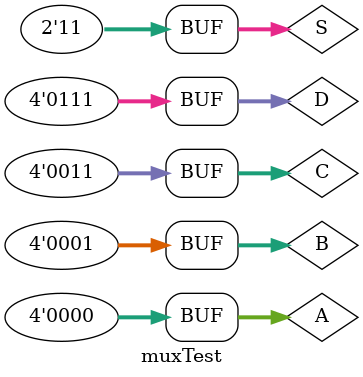
<source format=v>
module muxTest();
    reg [1:0] S;
    reg [3:0] A;
    reg [3:0] B;
    reg [3:0] C;
    reg [3:0] D;
    wire [3:0] O;
    mux_4_1 M1(S,A,B,C,D,O);
    initial
    begin
    A = 4'b0000;
    B = 4'b0001;
    C = 4'b0011;
    D = 4'b0111;
    #10
    S = 2'b00;
    #10
    S = 2'b01;
    #10
    S = 2'b10;
    #10
    S = 2'b11;
    end
endmodule

</source>
